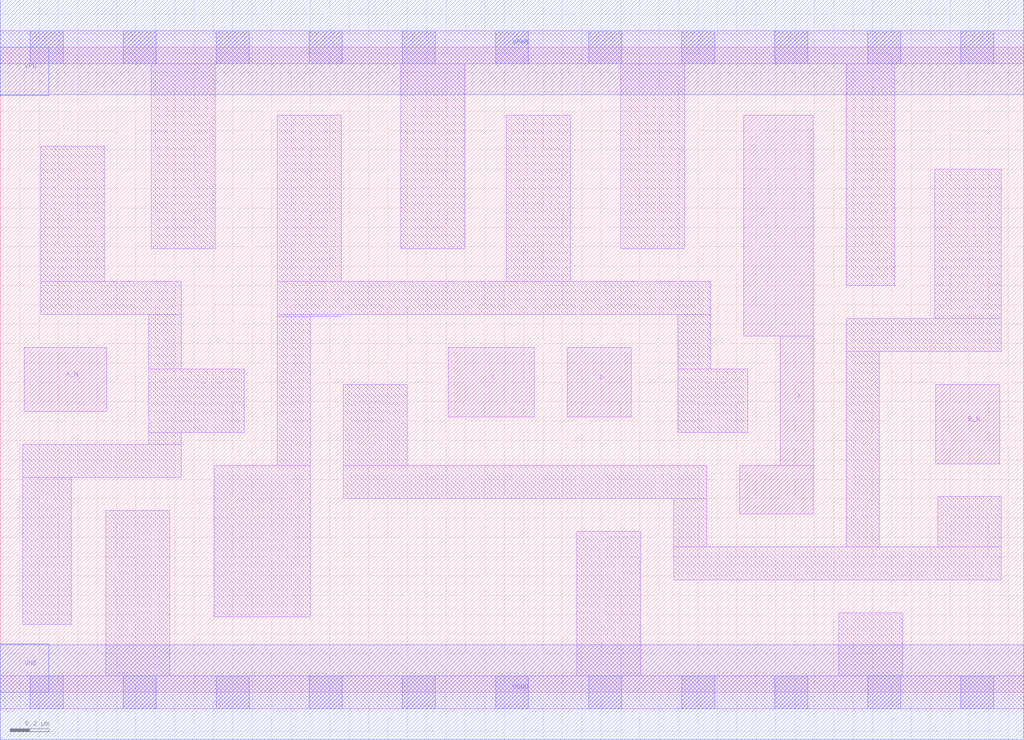
<source format=lef>
# Copyright 2020 The SkyWater PDK Authors
#
# Licensed under the Apache License, Version 2.0 (the "License");
# you may not use this file except in compliance with the License.
# You may obtain a copy of the License at
#
#     https://www.apache.org/licenses/LICENSE-2.0
#
# Unless required by applicable law or agreed to in writing, software
# distributed under the License is distributed on an "AS IS" BASIS,
# WITHOUT WARRANTIES OR CONDITIONS OF ANY KIND, either express or implied.
# See the License for the specific language governing permissions and
# limitations under the License.
#
# SPDX-License-Identifier: Apache-2.0

VERSION 5.5 ;
NAMESCASESENSITIVE ON ;
BUSBITCHARS "[]" ;
DIVIDERCHAR "/" ;
MACRO sky130_fd_sc_hs__and4bb_2
  CLASS CORE ;
  SOURCE USER ;
  ORIGIN  0.000000  0.000000 ;
  SIZE  5.280000 BY  3.330000 ;
  SYMMETRY X Y ;
  SITE unit ;
  PIN A_N
    ANTENNAGATEAREA  0.208000 ;
    DIRECTION INPUT ;
    USE SIGNAL ;
    PORT
      LAYER li1 ;
        RECT 0.125000 1.450000 0.550000 1.780000 ;
    END
  END A_N
  PIN B_N
    ANTENNAGATEAREA  0.208000 ;
    DIRECTION INPUT ;
    USE SIGNAL ;
    PORT
      LAYER li1 ;
        RECT 4.825000 1.180000 5.155000 1.590000 ;
    END
  END B_N
  PIN C
    ANTENNAGATEAREA  0.261000 ;
    DIRECTION INPUT ;
    USE SIGNAL ;
    PORT
      LAYER li1 ;
        RECT 2.310000 1.420000 2.755000 1.780000 ;
    END
  END C
  PIN D
    ANTENNAGATEAREA  0.261000 ;
    DIRECTION INPUT ;
    USE SIGNAL ;
    PORT
      LAYER li1 ;
        RECT 2.925000 1.420000 3.255000 1.780000 ;
    END
  END D
  PIN X
    ANTENNADIFFAREA  0.543200 ;
    DIRECTION OUTPUT ;
    USE SIGNAL ;
    PORT
      LAYER li1 ;
        RECT 3.815000 0.920000 4.195000 1.170000 ;
        RECT 3.835000 1.840000 4.195000 2.980000 ;
        RECT 4.025000 1.170000 4.195000 1.840000 ;
    END
  END X
  PIN VGND
    DIRECTION INOUT ;
    USE GROUND ;
    PORT
      LAYER met1 ;
        RECT 0.000000 -0.245000 5.280000 0.245000 ;
    END
  END VGND
  PIN VNB
    DIRECTION INOUT ;
    USE GROUND ;
    PORT
    END
  END VNB
  PIN VPB
    DIRECTION INOUT ;
    USE POWER ;
    PORT
    END
  END VPB
  PIN VNB
    DIRECTION INOUT ;
    USE GROUND ;
    PORT
      LAYER met1 ;
        RECT 0.000000 0.000000 0.250000 0.250000 ;
    END
  END VNB
  PIN VPB
    DIRECTION INOUT ;
    USE POWER ;
    PORT
      LAYER met1 ;
        RECT 0.000000 3.080000 0.250000 3.330000 ;
    END
  END VPB
  PIN VPWR
    DIRECTION INOUT ;
    USE POWER ;
    PORT
      LAYER met1 ;
        RECT 0.000000 3.085000 5.280000 3.575000 ;
    END
  END VPWR
  OBS
    LAYER li1 ;
      RECT 0.000000 -0.085000 5.280000 0.085000 ;
      RECT 0.000000  3.245000 5.280000 3.415000 ;
      RECT 0.115000  0.350000 0.365000 1.110000 ;
      RECT 0.115000  1.110000 0.935000 1.280000 ;
      RECT 0.210000  1.950000 0.935000 2.120000 ;
      RECT 0.210000  2.120000 0.540000 2.820000 ;
      RECT 0.545000  0.085000 0.875000 0.940000 ;
      RECT 0.765000  1.280000 0.935000 1.340000 ;
      RECT 0.765000  1.340000 1.260000 1.670000 ;
      RECT 0.765000  1.670000 0.935000 1.950000 ;
      RECT 0.780000  2.290000 1.110000 3.245000 ;
      RECT 1.105000  0.390000 1.600000 1.170000 ;
      RECT 1.430000  1.170000 1.600000 1.940000 ;
      RECT 1.430000  1.940000 1.760000 1.950000 ;
      RECT 1.430000  1.950000 3.665000 2.120000 ;
      RECT 1.430000  2.120000 1.760000 2.980000 ;
      RECT 1.770000  1.000000 3.645000 1.170000 ;
      RECT 1.770000  1.170000 2.100000 1.590000 ;
      RECT 2.065000  2.290000 2.395000 3.245000 ;
      RECT 2.610000  2.120000 2.940000 2.980000 ;
      RECT 2.975000  0.085000 3.305000 0.830000 ;
      RECT 3.200000  2.290000 3.530000 3.245000 ;
      RECT 3.475000  0.580000 5.165000 0.750000 ;
      RECT 3.475000  0.750000 3.645000 1.000000 ;
      RECT 3.495000  1.340000 3.855000 1.670000 ;
      RECT 3.495000  1.670000 3.665000 1.950000 ;
      RECT 4.325000  0.085000 4.655000 0.410000 ;
      RECT 4.365000  0.750000 4.535000 1.760000 ;
      RECT 4.365000  1.760000 5.165000 1.930000 ;
      RECT 4.365000  2.100000 4.615000 3.245000 ;
      RECT 4.820000  1.930000 5.165000 2.700000 ;
      RECT 4.835000  0.750000 5.165000 1.010000 ;
    LAYER mcon ;
      RECT 0.155000 -0.085000 0.325000 0.085000 ;
      RECT 0.155000  3.245000 0.325000 3.415000 ;
      RECT 0.635000 -0.085000 0.805000 0.085000 ;
      RECT 0.635000  3.245000 0.805000 3.415000 ;
      RECT 1.115000 -0.085000 1.285000 0.085000 ;
      RECT 1.115000  3.245000 1.285000 3.415000 ;
      RECT 1.595000 -0.085000 1.765000 0.085000 ;
      RECT 1.595000  3.245000 1.765000 3.415000 ;
      RECT 2.075000 -0.085000 2.245000 0.085000 ;
      RECT 2.075000  3.245000 2.245000 3.415000 ;
      RECT 2.555000 -0.085000 2.725000 0.085000 ;
      RECT 2.555000  3.245000 2.725000 3.415000 ;
      RECT 3.035000 -0.085000 3.205000 0.085000 ;
      RECT 3.035000  3.245000 3.205000 3.415000 ;
      RECT 3.515000 -0.085000 3.685000 0.085000 ;
      RECT 3.515000  3.245000 3.685000 3.415000 ;
      RECT 3.995000 -0.085000 4.165000 0.085000 ;
      RECT 3.995000  3.245000 4.165000 3.415000 ;
      RECT 4.475000 -0.085000 4.645000 0.085000 ;
      RECT 4.475000  3.245000 4.645000 3.415000 ;
      RECT 4.955000 -0.085000 5.125000 0.085000 ;
      RECT 4.955000  3.245000 5.125000 3.415000 ;
  END
END sky130_fd_sc_hs__and4bb_2
END LIBRARY

</source>
